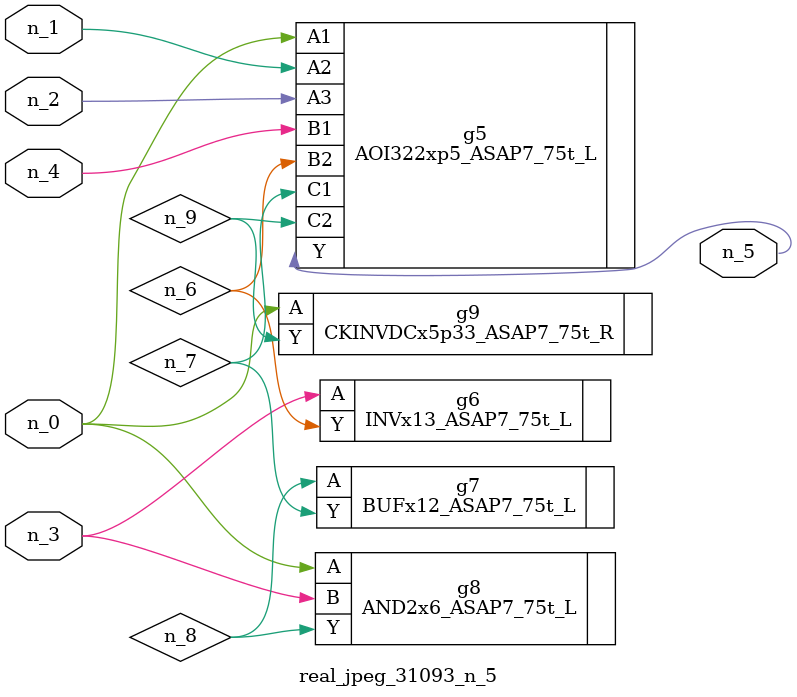
<source format=v>
module real_jpeg_31093_n_5 (n_4, n_0, n_1, n_2, n_3, n_5);

input n_4;
input n_0;
input n_1;
input n_2;
input n_3;

output n_5;

wire n_8;
wire n_6;
wire n_7;
wire n_9;

AOI322xp5_ASAP7_75t_L g5 ( 
.A1(n_0),
.A2(n_1),
.A3(n_2),
.B1(n_4),
.B2(n_6),
.C1(n_7),
.C2(n_9),
.Y(n_5)
);

AND2x6_ASAP7_75t_L g8 ( 
.A(n_0),
.B(n_3),
.Y(n_8)
);

CKINVDCx5p33_ASAP7_75t_R g9 ( 
.A(n_0),
.Y(n_9)
);

INVx13_ASAP7_75t_L g6 ( 
.A(n_3),
.Y(n_6)
);

BUFx12_ASAP7_75t_L g7 ( 
.A(n_8),
.Y(n_7)
);


endmodule
</source>
